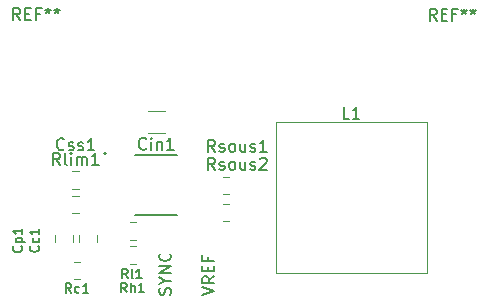
<source format=gbr>
%TF.GenerationSoftware,KiCad,Pcbnew,7.0.1*%
%TF.CreationDate,2023-04-26T12:17:49+02:00*%
%TF.ProjectId,L5988D_RPI_POWER_SUPPLY,4c353938-3844-45f5-9250-495f504f5745,rev?*%
%TF.SameCoordinates,Original*%
%TF.FileFunction,Legend,Top*%
%TF.FilePolarity,Positive*%
%FSLAX46Y46*%
G04 Gerber Fmt 4.6, Leading zero omitted, Abs format (unit mm)*
G04 Created by KiCad (PCBNEW 7.0.1) date 2023-04-26 12:17:49*
%MOMM*%
%LPD*%
G01*
G04 APERTURE LIST*
%ADD10C,0.150000*%
%ADD11C,0.200000*%
%ADD12C,0.120000*%
%ADD13C,0.127000*%
G04 APERTURE END LIST*
D10*
%TO.C,REF\u002A\u002A*%
X148983866Y-69059019D02*
X148650533Y-68582828D01*
X148412438Y-69059019D02*
X148412438Y-68059019D01*
X148412438Y-68059019D02*
X148793390Y-68059019D01*
X148793390Y-68059019D02*
X148888628Y-68106638D01*
X148888628Y-68106638D02*
X148936247Y-68154257D01*
X148936247Y-68154257D02*
X148983866Y-68249495D01*
X148983866Y-68249495D02*
X148983866Y-68392352D01*
X148983866Y-68392352D02*
X148936247Y-68487590D01*
X148936247Y-68487590D02*
X148888628Y-68535209D01*
X148888628Y-68535209D02*
X148793390Y-68582828D01*
X148793390Y-68582828D02*
X148412438Y-68582828D01*
X149412438Y-68535209D02*
X149745771Y-68535209D01*
X149888628Y-69059019D02*
X149412438Y-69059019D01*
X149412438Y-69059019D02*
X149412438Y-68059019D01*
X149412438Y-68059019D02*
X149888628Y-68059019D01*
X150650533Y-68535209D02*
X150317200Y-68535209D01*
X150317200Y-69059019D02*
X150317200Y-68059019D01*
X150317200Y-68059019D02*
X150793390Y-68059019D01*
X151317200Y-68059019D02*
X151317200Y-68297114D01*
X151079105Y-68201876D02*
X151317200Y-68297114D01*
X151317200Y-68297114D02*
X151555295Y-68201876D01*
X151174343Y-68487590D02*
X151317200Y-68297114D01*
X151317200Y-68297114D02*
X151460057Y-68487590D01*
X152079105Y-68059019D02*
X152079105Y-68297114D01*
X151841010Y-68201876D02*
X152079105Y-68297114D01*
X152079105Y-68297114D02*
X152317200Y-68201876D01*
X151936248Y-68487590D02*
X152079105Y-68297114D01*
X152079105Y-68297114D02*
X152221962Y-68487590D01*
X184239066Y-69109819D02*
X183905733Y-68633628D01*
X183667638Y-69109819D02*
X183667638Y-68109819D01*
X183667638Y-68109819D02*
X184048590Y-68109819D01*
X184048590Y-68109819D02*
X184143828Y-68157438D01*
X184143828Y-68157438D02*
X184191447Y-68205057D01*
X184191447Y-68205057D02*
X184239066Y-68300295D01*
X184239066Y-68300295D02*
X184239066Y-68443152D01*
X184239066Y-68443152D02*
X184191447Y-68538390D01*
X184191447Y-68538390D02*
X184143828Y-68586009D01*
X184143828Y-68586009D02*
X184048590Y-68633628D01*
X184048590Y-68633628D02*
X183667638Y-68633628D01*
X184667638Y-68586009D02*
X185000971Y-68586009D01*
X185143828Y-69109819D02*
X184667638Y-69109819D01*
X184667638Y-69109819D02*
X184667638Y-68109819D01*
X184667638Y-68109819D02*
X185143828Y-68109819D01*
X185905733Y-68586009D02*
X185572400Y-68586009D01*
X185572400Y-69109819D02*
X185572400Y-68109819D01*
X185572400Y-68109819D02*
X186048590Y-68109819D01*
X186572400Y-68109819D02*
X186572400Y-68347914D01*
X186334305Y-68252676D02*
X186572400Y-68347914D01*
X186572400Y-68347914D02*
X186810495Y-68252676D01*
X186429543Y-68538390D02*
X186572400Y-68347914D01*
X186572400Y-68347914D02*
X186715257Y-68538390D01*
X187334305Y-68109819D02*
X187334305Y-68347914D01*
X187096210Y-68252676D02*
X187334305Y-68347914D01*
X187334305Y-68347914D02*
X187572400Y-68252676D01*
X187191448Y-68538390D02*
X187334305Y-68347914D01*
X187334305Y-68347914D02*
X187477162Y-68538390D01*
%TO.C,VREF*%
X164410219Y-92341485D02*
X165410219Y-92008152D01*
X165410219Y-92008152D02*
X164410219Y-91674819D01*
X165410219Y-90770057D02*
X164934028Y-91103390D01*
X165410219Y-91341485D02*
X164410219Y-91341485D01*
X164410219Y-91341485D02*
X164410219Y-90960533D01*
X164410219Y-90960533D02*
X164457838Y-90865295D01*
X164457838Y-90865295D02*
X164505457Y-90817676D01*
X164505457Y-90817676D02*
X164600695Y-90770057D01*
X164600695Y-90770057D02*
X164743552Y-90770057D01*
X164743552Y-90770057D02*
X164838790Y-90817676D01*
X164838790Y-90817676D02*
X164886409Y-90865295D01*
X164886409Y-90865295D02*
X164934028Y-90960533D01*
X164934028Y-90960533D02*
X164934028Y-91341485D01*
X164886409Y-90341485D02*
X164886409Y-90008152D01*
X165410219Y-89865295D02*
X165410219Y-90341485D01*
X165410219Y-90341485D02*
X164410219Y-90341485D01*
X164410219Y-90341485D02*
X164410219Y-89865295D01*
X164886409Y-89103390D02*
X164886409Y-89436723D01*
X165410219Y-89436723D02*
X164410219Y-89436723D01*
X164410219Y-89436723D02*
X164410219Y-88960533D01*
%TO.C,Css1*%
X152698609Y-79991380D02*
X152650990Y-80039000D01*
X152650990Y-80039000D02*
X152508133Y-80086619D01*
X152508133Y-80086619D02*
X152412895Y-80086619D01*
X152412895Y-80086619D02*
X152270038Y-80039000D01*
X152270038Y-80039000D02*
X152174800Y-79943761D01*
X152174800Y-79943761D02*
X152127181Y-79848523D01*
X152127181Y-79848523D02*
X152079562Y-79658047D01*
X152079562Y-79658047D02*
X152079562Y-79515190D01*
X152079562Y-79515190D02*
X152127181Y-79324714D01*
X152127181Y-79324714D02*
X152174800Y-79229476D01*
X152174800Y-79229476D02*
X152270038Y-79134238D01*
X152270038Y-79134238D02*
X152412895Y-79086619D01*
X152412895Y-79086619D02*
X152508133Y-79086619D01*
X152508133Y-79086619D02*
X152650990Y-79134238D01*
X152650990Y-79134238D02*
X152698609Y-79181857D01*
X153079562Y-80039000D02*
X153174800Y-80086619D01*
X153174800Y-80086619D02*
X153365276Y-80086619D01*
X153365276Y-80086619D02*
X153460514Y-80039000D01*
X153460514Y-80039000D02*
X153508133Y-79943761D01*
X153508133Y-79943761D02*
X153508133Y-79896142D01*
X153508133Y-79896142D02*
X153460514Y-79800904D01*
X153460514Y-79800904D02*
X153365276Y-79753285D01*
X153365276Y-79753285D02*
X153222419Y-79753285D01*
X153222419Y-79753285D02*
X153127181Y-79705666D01*
X153127181Y-79705666D02*
X153079562Y-79610428D01*
X153079562Y-79610428D02*
X153079562Y-79562809D01*
X153079562Y-79562809D02*
X153127181Y-79467571D01*
X153127181Y-79467571D02*
X153222419Y-79419952D01*
X153222419Y-79419952D02*
X153365276Y-79419952D01*
X153365276Y-79419952D02*
X153460514Y-79467571D01*
X153889086Y-80039000D02*
X153984324Y-80086619D01*
X153984324Y-80086619D02*
X154174800Y-80086619D01*
X154174800Y-80086619D02*
X154270038Y-80039000D01*
X154270038Y-80039000D02*
X154317657Y-79943761D01*
X154317657Y-79943761D02*
X154317657Y-79896142D01*
X154317657Y-79896142D02*
X154270038Y-79800904D01*
X154270038Y-79800904D02*
X154174800Y-79753285D01*
X154174800Y-79753285D02*
X154031943Y-79753285D01*
X154031943Y-79753285D02*
X153936705Y-79705666D01*
X153936705Y-79705666D02*
X153889086Y-79610428D01*
X153889086Y-79610428D02*
X153889086Y-79562809D01*
X153889086Y-79562809D02*
X153936705Y-79467571D01*
X153936705Y-79467571D02*
X154031943Y-79419952D01*
X154031943Y-79419952D02*
X154174800Y-79419952D01*
X154174800Y-79419952D02*
X154270038Y-79467571D01*
X155270038Y-80086619D02*
X154698610Y-80086619D01*
X154984324Y-80086619D02*
X154984324Y-79086619D01*
X154984324Y-79086619D02*
X154889086Y-79229476D01*
X154889086Y-79229476D02*
X154793848Y-79324714D01*
X154793848Y-79324714D02*
X154698610Y-79372333D01*
%TO.C,Cin1*%
X159645657Y-79940380D02*
X159598038Y-79988000D01*
X159598038Y-79988000D02*
X159455181Y-80035619D01*
X159455181Y-80035619D02*
X159359943Y-80035619D01*
X159359943Y-80035619D02*
X159217086Y-79988000D01*
X159217086Y-79988000D02*
X159121848Y-79892761D01*
X159121848Y-79892761D02*
X159074229Y-79797523D01*
X159074229Y-79797523D02*
X159026610Y-79607047D01*
X159026610Y-79607047D02*
X159026610Y-79464190D01*
X159026610Y-79464190D02*
X159074229Y-79273714D01*
X159074229Y-79273714D02*
X159121848Y-79178476D01*
X159121848Y-79178476D02*
X159217086Y-79083238D01*
X159217086Y-79083238D02*
X159359943Y-79035619D01*
X159359943Y-79035619D02*
X159455181Y-79035619D01*
X159455181Y-79035619D02*
X159598038Y-79083238D01*
X159598038Y-79083238D02*
X159645657Y-79130857D01*
X160074229Y-80035619D02*
X160074229Y-79368952D01*
X160074229Y-79035619D02*
X160026610Y-79083238D01*
X160026610Y-79083238D02*
X160074229Y-79130857D01*
X160074229Y-79130857D02*
X160121848Y-79083238D01*
X160121848Y-79083238D02*
X160074229Y-79035619D01*
X160074229Y-79035619D02*
X160074229Y-79130857D01*
X160550419Y-79368952D02*
X160550419Y-80035619D01*
X160550419Y-79464190D02*
X160598038Y-79416571D01*
X160598038Y-79416571D02*
X160693276Y-79368952D01*
X160693276Y-79368952D02*
X160836133Y-79368952D01*
X160836133Y-79368952D02*
X160931371Y-79416571D01*
X160931371Y-79416571D02*
X160978990Y-79511809D01*
X160978990Y-79511809D02*
X160978990Y-80035619D01*
X161978990Y-80035619D02*
X161407562Y-80035619D01*
X161693276Y-80035619D02*
X161693276Y-79035619D01*
X161693276Y-79035619D02*
X161598038Y-79178476D01*
X161598038Y-79178476D02*
X161502800Y-79273714D01*
X161502800Y-79273714D02*
X161407562Y-79321333D01*
%TO.C,Rsous1*%
X165479847Y-80218619D02*
X165146514Y-79742428D01*
X164908419Y-80218619D02*
X164908419Y-79218619D01*
X164908419Y-79218619D02*
X165289371Y-79218619D01*
X165289371Y-79218619D02*
X165384609Y-79266238D01*
X165384609Y-79266238D02*
X165432228Y-79313857D01*
X165432228Y-79313857D02*
X165479847Y-79409095D01*
X165479847Y-79409095D02*
X165479847Y-79551952D01*
X165479847Y-79551952D02*
X165432228Y-79647190D01*
X165432228Y-79647190D02*
X165384609Y-79694809D01*
X165384609Y-79694809D02*
X165289371Y-79742428D01*
X165289371Y-79742428D02*
X164908419Y-79742428D01*
X165860800Y-80171000D02*
X165956038Y-80218619D01*
X165956038Y-80218619D02*
X166146514Y-80218619D01*
X166146514Y-80218619D02*
X166241752Y-80171000D01*
X166241752Y-80171000D02*
X166289371Y-80075761D01*
X166289371Y-80075761D02*
X166289371Y-80028142D01*
X166289371Y-80028142D02*
X166241752Y-79932904D01*
X166241752Y-79932904D02*
X166146514Y-79885285D01*
X166146514Y-79885285D02*
X166003657Y-79885285D01*
X166003657Y-79885285D02*
X165908419Y-79837666D01*
X165908419Y-79837666D02*
X165860800Y-79742428D01*
X165860800Y-79742428D02*
X165860800Y-79694809D01*
X165860800Y-79694809D02*
X165908419Y-79599571D01*
X165908419Y-79599571D02*
X166003657Y-79551952D01*
X166003657Y-79551952D02*
X166146514Y-79551952D01*
X166146514Y-79551952D02*
X166241752Y-79599571D01*
X166860800Y-80218619D02*
X166765562Y-80171000D01*
X166765562Y-80171000D02*
X166717943Y-80123380D01*
X166717943Y-80123380D02*
X166670324Y-80028142D01*
X166670324Y-80028142D02*
X166670324Y-79742428D01*
X166670324Y-79742428D02*
X166717943Y-79647190D01*
X166717943Y-79647190D02*
X166765562Y-79599571D01*
X166765562Y-79599571D02*
X166860800Y-79551952D01*
X166860800Y-79551952D02*
X167003657Y-79551952D01*
X167003657Y-79551952D02*
X167098895Y-79599571D01*
X167098895Y-79599571D02*
X167146514Y-79647190D01*
X167146514Y-79647190D02*
X167194133Y-79742428D01*
X167194133Y-79742428D02*
X167194133Y-80028142D01*
X167194133Y-80028142D02*
X167146514Y-80123380D01*
X167146514Y-80123380D02*
X167098895Y-80171000D01*
X167098895Y-80171000D02*
X167003657Y-80218619D01*
X167003657Y-80218619D02*
X166860800Y-80218619D01*
X168051276Y-79551952D02*
X168051276Y-80218619D01*
X167622705Y-79551952D02*
X167622705Y-80075761D01*
X167622705Y-80075761D02*
X167670324Y-80171000D01*
X167670324Y-80171000D02*
X167765562Y-80218619D01*
X167765562Y-80218619D02*
X167908419Y-80218619D01*
X167908419Y-80218619D02*
X168003657Y-80171000D01*
X168003657Y-80171000D02*
X168051276Y-80123380D01*
X168479848Y-80171000D02*
X168575086Y-80218619D01*
X168575086Y-80218619D02*
X168765562Y-80218619D01*
X168765562Y-80218619D02*
X168860800Y-80171000D01*
X168860800Y-80171000D02*
X168908419Y-80075761D01*
X168908419Y-80075761D02*
X168908419Y-80028142D01*
X168908419Y-80028142D02*
X168860800Y-79932904D01*
X168860800Y-79932904D02*
X168765562Y-79885285D01*
X168765562Y-79885285D02*
X168622705Y-79885285D01*
X168622705Y-79885285D02*
X168527467Y-79837666D01*
X168527467Y-79837666D02*
X168479848Y-79742428D01*
X168479848Y-79742428D02*
X168479848Y-79694809D01*
X168479848Y-79694809D02*
X168527467Y-79599571D01*
X168527467Y-79599571D02*
X168622705Y-79551952D01*
X168622705Y-79551952D02*
X168765562Y-79551952D01*
X168765562Y-79551952D02*
X168860800Y-79599571D01*
X169860800Y-80218619D02*
X169289372Y-80218619D01*
X169575086Y-80218619D02*
X169575086Y-79218619D01*
X169575086Y-79218619D02*
X169479848Y-79361476D01*
X169479848Y-79361476D02*
X169384610Y-79456714D01*
X169384610Y-79456714D02*
X169289372Y-79504333D01*
%TO.C,Rl1*%
X158102343Y-90946495D02*
X157835676Y-90565542D01*
X157645200Y-90946495D02*
X157645200Y-90146495D01*
X157645200Y-90146495D02*
X157949962Y-90146495D01*
X157949962Y-90146495D02*
X158026152Y-90184590D01*
X158026152Y-90184590D02*
X158064247Y-90222685D01*
X158064247Y-90222685D02*
X158102343Y-90298876D01*
X158102343Y-90298876D02*
X158102343Y-90413161D01*
X158102343Y-90413161D02*
X158064247Y-90489352D01*
X158064247Y-90489352D02*
X158026152Y-90527447D01*
X158026152Y-90527447D02*
X157949962Y-90565542D01*
X157949962Y-90565542D02*
X157645200Y-90565542D01*
X158559485Y-90946495D02*
X158483295Y-90908400D01*
X158483295Y-90908400D02*
X158445200Y-90832209D01*
X158445200Y-90832209D02*
X158445200Y-90146495D01*
X159283295Y-90946495D02*
X158826152Y-90946495D01*
X159054724Y-90946495D02*
X159054724Y-90146495D01*
X159054724Y-90146495D02*
X158978533Y-90260780D01*
X158978533Y-90260780D02*
X158902343Y-90336971D01*
X158902343Y-90336971D02*
X158826152Y-90375066D01*
%TO.C,Rh1*%
X158000762Y-92114895D02*
X157734095Y-91733942D01*
X157543619Y-92114895D02*
X157543619Y-91314895D01*
X157543619Y-91314895D02*
X157848381Y-91314895D01*
X157848381Y-91314895D02*
X157924571Y-91352990D01*
X157924571Y-91352990D02*
X157962666Y-91391085D01*
X157962666Y-91391085D02*
X158000762Y-91467276D01*
X158000762Y-91467276D02*
X158000762Y-91581561D01*
X158000762Y-91581561D02*
X157962666Y-91657752D01*
X157962666Y-91657752D02*
X157924571Y-91695847D01*
X157924571Y-91695847D02*
X157848381Y-91733942D01*
X157848381Y-91733942D02*
X157543619Y-91733942D01*
X158343619Y-92114895D02*
X158343619Y-91314895D01*
X158686476Y-92114895D02*
X158686476Y-91695847D01*
X158686476Y-91695847D02*
X158648381Y-91619657D01*
X158648381Y-91619657D02*
X158572190Y-91581561D01*
X158572190Y-91581561D02*
X158457904Y-91581561D01*
X158457904Y-91581561D02*
X158381714Y-91619657D01*
X158381714Y-91619657D02*
X158343619Y-91657752D01*
X159486476Y-92114895D02*
X159029333Y-92114895D01*
X159257905Y-92114895D02*
X159257905Y-91314895D01*
X159257905Y-91314895D02*
X159181714Y-91429180D01*
X159181714Y-91429180D02*
X159105524Y-91505371D01*
X159105524Y-91505371D02*
X159029333Y-91543466D01*
%TO.C,SYNC*%
X161705000Y-92314494D02*
X161752619Y-92171637D01*
X161752619Y-92171637D02*
X161752619Y-91933542D01*
X161752619Y-91933542D02*
X161705000Y-91838304D01*
X161705000Y-91838304D02*
X161657380Y-91790685D01*
X161657380Y-91790685D02*
X161562142Y-91743066D01*
X161562142Y-91743066D02*
X161466904Y-91743066D01*
X161466904Y-91743066D02*
X161371666Y-91790685D01*
X161371666Y-91790685D02*
X161324047Y-91838304D01*
X161324047Y-91838304D02*
X161276428Y-91933542D01*
X161276428Y-91933542D02*
X161228809Y-92124018D01*
X161228809Y-92124018D02*
X161181190Y-92219256D01*
X161181190Y-92219256D02*
X161133571Y-92266875D01*
X161133571Y-92266875D02*
X161038333Y-92314494D01*
X161038333Y-92314494D02*
X160943095Y-92314494D01*
X160943095Y-92314494D02*
X160847857Y-92266875D01*
X160847857Y-92266875D02*
X160800238Y-92219256D01*
X160800238Y-92219256D02*
X160752619Y-92124018D01*
X160752619Y-92124018D02*
X160752619Y-91885923D01*
X160752619Y-91885923D02*
X160800238Y-91743066D01*
X161276428Y-91124018D02*
X161752619Y-91124018D01*
X160752619Y-91457351D02*
X161276428Y-91124018D01*
X161276428Y-91124018D02*
X160752619Y-90790685D01*
X161752619Y-90457351D02*
X160752619Y-90457351D01*
X160752619Y-90457351D02*
X161752619Y-89885923D01*
X161752619Y-89885923D02*
X160752619Y-89885923D01*
X161657380Y-88838304D02*
X161705000Y-88885923D01*
X161705000Y-88885923D02*
X161752619Y-89028780D01*
X161752619Y-89028780D02*
X161752619Y-89124018D01*
X161752619Y-89124018D02*
X161705000Y-89266875D01*
X161705000Y-89266875D02*
X161609761Y-89362113D01*
X161609761Y-89362113D02*
X161514523Y-89409732D01*
X161514523Y-89409732D02*
X161324047Y-89457351D01*
X161324047Y-89457351D02*
X161181190Y-89457351D01*
X161181190Y-89457351D02*
X160990714Y-89409732D01*
X160990714Y-89409732D02*
X160895476Y-89362113D01*
X160895476Y-89362113D02*
X160800238Y-89266875D01*
X160800238Y-89266875D02*
X160752619Y-89124018D01*
X160752619Y-89124018D02*
X160752619Y-89028780D01*
X160752619Y-89028780D02*
X160800238Y-88885923D01*
X160800238Y-88885923D02*
X160847857Y-88838304D01*
%TO.C,Rc1*%
X153310610Y-92165695D02*
X153043943Y-91784742D01*
X152853467Y-92165695D02*
X152853467Y-91365695D01*
X152853467Y-91365695D02*
X153158229Y-91365695D01*
X153158229Y-91365695D02*
X153234419Y-91403790D01*
X153234419Y-91403790D02*
X153272514Y-91441885D01*
X153272514Y-91441885D02*
X153310610Y-91518076D01*
X153310610Y-91518076D02*
X153310610Y-91632361D01*
X153310610Y-91632361D02*
X153272514Y-91708552D01*
X153272514Y-91708552D02*
X153234419Y-91746647D01*
X153234419Y-91746647D02*
X153158229Y-91784742D01*
X153158229Y-91784742D02*
X152853467Y-91784742D01*
X153996324Y-92127600D02*
X153920133Y-92165695D01*
X153920133Y-92165695D02*
X153767752Y-92165695D01*
X153767752Y-92165695D02*
X153691562Y-92127600D01*
X153691562Y-92127600D02*
X153653467Y-92089504D01*
X153653467Y-92089504D02*
X153615371Y-92013314D01*
X153615371Y-92013314D02*
X153615371Y-91784742D01*
X153615371Y-91784742D02*
X153653467Y-91708552D01*
X153653467Y-91708552D02*
X153691562Y-91670457D01*
X153691562Y-91670457D02*
X153767752Y-91632361D01*
X153767752Y-91632361D02*
X153920133Y-91632361D01*
X153920133Y-91632361D02*
X153996324Y-91670457D01*
X154758228Y-92165695D02*
X154301085Y-92165695D01*
X154529657Y-92165695D02*
X154529657Y-91365695D01*
X154529657Y-91365695D02*
X154453466Y-91479980D01*
X154453466Y-91479980D02*
X154377276Y-91556171D01*
X154377276Y-91556171D02*
X154301085Y-91594266D01*
%TO.C,Rsous2*%
X165479847Y-81742619D02*
X165146514Y-81266428D01*
X164908419Y-81742619D02*
X164908419Y-80742619D01*
X164908419Y-80742619D02*
X165289371Y-80742619D01*
X165289371Y-80742619D02*
X165384609Y-80790238D01*
X165384609Y-80790238D02*
X165432228Y-80837857D01*
X165432228Y-80837857D02*
X165479847Y-80933095D01*
X165479847Y-80933095D02*
X165479847Y-81075952D01*
X165479847Y-81075952D02*
X165432228Y-81171190D01*
X165432228Y-81171190D02*
X165384609Y-81218809D01*
X165384609Y-81218809D02*
X165289371Y-81266428D01*
X165289371Y-81266428D02*
X164908419Y-81266428D01*
X165860800Y-81695000D02*
X165956038Y-81742619D01*
X165956038Y-81742619D02*
X166146514Y-81742619D01*
X166146514Y-81742619D02*
X166241752Y-81695000D01*
X166241752Y-81695000D02*
X166289371Y-81599761D01*
X166289371Y-81599761D02*
X166289371Y-81552142D01*
X166289371Y-81552142D02*
X166241752Y-81456904D01*
X166241752Y-81456904D02*
X166146514Y-81409285D01*
X166146514Y-81409285D02*
X166003657Y-81409285D01*
X166003657Y-81409285D02*
X165908419Y-81361666D01*
X165908419Y-81361666D02*
X165860800Y-81266428D01*
X165860800Y-81266428D02*
X165860800Y-81218809D01*
X165860800Y-81218809D02*
X165908419Y-81123571D01*
X165908419Y-81123571D02*
X166003657Y-81075952D01*
X166003657Y-81075952D02*
X166146514Y-81075952D01*
X166146514Y-81075952D02*
X166241752Y-81123571D01*
X166860800Y-81742619D02*
X166765562Y-81695000D01*
X166765562Y-81695000D02*
X166717943Y-81647380D01*
X166717943Y-81647380D02*
X166670324Y-81552142D01*
X166670324Y-81552142D02*
X166670324Y-81266428D01*
X166670324Y-81266428D02*
X166717943Y-81171190D01*
X166717943Y-81171190D02*
X166765562Y-81123571D01*
X166765562Y-81123571D02*
X166860800Y-81075952D01*
X166860800Y-81075952D02*
X167003657Y-81075952D01*
X167003657Y-81075952D02*
X167098895Y-81123571D01*
X167098895Y-81123571D02*
X167146514Y-81171190D01*
X167146514Y-81171190D02*
X167194133Y-81266428D01*
X167194133Y-81266428D02*
X167194133Y-81552142D01*
X167194133Y-81552142D02*
X167146514Y-81647380D01*
X167146514Y-81647380D02*
X167098895Y-81695000D01*
X167098895Y-81695000D02*
X167003657Y-81742619D01*
X167003657Y-81742619D02*
X166860800Y-81742619D01*
X168051276Y-81075952D02*
X168051276Y-81742619D01*
X167622705Y-81075952D02*
X167622705Y-81599761D01*
X167622705Y-81599761D02*
X167670324Y-81695000D01*
X167670324Y-81695000D02*
X167765562Y-81742619D01*
X167765562Y-81742619D02*
X167908419Y-81742619D01*
X167908419Y-81742619D02*
X168003657Y-81695000D01*
X168003657Y-81695000D02*
X168051276Y-81647380D01*
X168479848Y-81695000D02*
X168575086Y-81742619D01*
X168575086Y-81742619D02*
X168765562Y-81742619D01*
X168765562Y-81742619D02*
X168860800Y-81695000D01*
X168860800Y-81695000D02*
X168908419Y-81599761D01*
X168908419Y-81599761D02*
X168908419Y-81552142D01*
X168908419Y-81552142D02*
X168860800Y-81456904D01*
X168860800Y-81456904D02*
X168765562Y-81409285D01*
X168765562Y-81409285D02*
X168622705Y-81409285D01*
X168622705Y-81409285D02*
X168527467Y-81361666D01*
X168527467Y-81361666D02*
X168479848Y-81266428D01*
X168479848Y-81266428D02*
X168479848Y-81218809D01*
X168479848Y-81218809D02*
X168527467Y-81123571D01*
X168527467Y-81123571D02*
X168622705Y-81075952D01*
X168622705Y-81075952D02*
X168765562Y-81075952D01*
X168765562Y-81075952D02*
X168860800Y-81123571D01*
X169289372Y-80837857D02*
X169336991Y-80790238D01*
X169336991Y-80790238D02*
X169432229Y-80742619D01*
X169432229Y-80742619D02*
X169670324Y-80742619D01*
X169670324Y-80742619D02*
X169765562Y-80790238D01*
X169765562Y-80790238D02*
X169813181Y-80837857D01*
X169813181Y-80837857D02*
X169860800Y-80933095D01*
X169860800Y-80933095D02*
X169860800Y-81028333D01*
X169860800Y-81028333D02*
X169813181Y-81171190D01*
X169813181Y-81171190D02*
X169241753Y-81742619D01*
X169241753Y-81742619D02*
X169860800Y-81742619D01*
D11*
%TO.C,Cc1*%
X150509504Y-88207789D02*
X150547600Y-88245885D01*
X150547600Y-88245885D02*
X150585695Y-88360170D01*
X150585695Y-88360170D02*
X150585695Y-88436361D01*
X150585695Y-88436361D02*
X150547600Y-88550647D01*
X150547600Y-88550647D02*
X150471409Y-88626837D01*
X150471409Y-88626837D02*
X150395219Y-88664932D01*
X150395219Y-88664932D02*
X150242838Y-88703028D01*
X150242838Y-88703028D02*
X150128552Y-88703028D01*
X150128552Y-88703028D02*
X149976171Y-88664932D01*
X149976171Y-88664932D02*
X149899980Y-88626837D01*
X149899980Y-88626837D02*
X149823790Y-88550647D01*
X149823790Y-88550647D02*
X149785695Y-88436361D01*
X149785695Y-88436361D02*
X149785695Y-88360170D01*
X149785695Y-88360170D02*
X149823790Y-88245885D01*
X149823790Y-88245885D02*
X149861885Y-88207789D01*
X150547600Y-87522075D02*
X150585695Y-87598266D01*
X150585695Y-87598266D02*
X150585695Y-87750647D01*
X150585695Y-87750647D02*
X150547600Y-87826837D01*
X150547600Y-87826837D02*
X150509504Y-87864932D01*
X150509504Y-87864932D02*
X150433314Y-87903028D01*
X150433314Y-87903028D02*
X150204742Y-87903028D01*
X150204742Y-87903028D02*
X150128552Y-87864932D01*
X150128552Y-87864932D02*
X150090457Y-87826837D01*
X150090457Y-87826837D02*
X150052361Y-87750647D01*
X150052361Y-87750647D02*
X150052361Y-87598266D01*
X150052361Y-87598266D02*
X150090457Y-87522075D01*
X150585695Y-86760171D02*
X150585695Y-87217314D01*
X150585695Y-86988742D02*
X149785695Y-86988742D01*
X149785695Y-86988742D02*
X149899980Y-87064933D01*
X149899980Y-87064933D02*
X149976171Y-87141123D01*
X149976171Y-87141123D02*
X150014266Y-87217314D01*
D10*
%TO.C,Rlim1*%
X152341466Y-81322619D02*
X152008133Y-80846428D01*
X151770038Y-81322619D02*
X151770038Y-80322619D01*
X151770038Y-80322619D02*
X152150990Y-80322619D01*
X152150990Y-80322619D02*
X152246228Y-80370238D01*
X152246228Y-80370238D02*
X152293847Y-80417857D01*
X152293847Y-80417857D02*
X152341466Y-80513095D01*
X152341466Y-80513095D02*
X152341466Y-80655952D01*
X152341466Y-80655952D02*
X152293847Y-80751190D01*
X152293847Y-80751190D02*
X152246228Y-80798809D01*
X152246228Y-80798809D02*
X152150990Y-80846428D01*
X152150990Y-80846428D02*
X151770038Y-80846428D01*
X152912895Y-81322619D02*
X152817657Y-81275000D01*
X152817657Y-81275000D02*
X152770038Y-81179761D01*
X152770038Y-81179761D02*
X152770038Y-80322619D01*
X153293848Y-81322619D02*
X153293848Y-80655952D01*
X153293848Y-80322619D02*
X153246229Y-80370238D01*
X153246229Y-80370238D02*
X153293848Y-80417857D01*
X153293848Y-80417857D02*
X153341467Y-80370238D01*
X153341467Y-80370238D02*
X153293848Y-80322619D01*
X153293848Y-80322619D02*
X153293848Y-80417857D01*
X153770038Y-81322619D02*
X153770038Y-80655952D01*
X153770038Y-80751190D02*
X153817657Y-80703571D01*
X153817657Y-80703571D02*
X153912895Y-80655952D01*
X153912895Y-80655952D02*
X154055752Y-80655952D01*
X154055752Y-80655952D02*
X154150990Y-80703571D01*
X154150990Y-80703571D02*
X154198609Y-80798809D01*
X154198609Y-80798809D02*
X154198609Y-81322619D01*
X154198609Y-80798809D02*
X154246228Y-80703571D01*
X154246228Y-80703571D02*
X154341466Y-80655952D01*
X154341466Y-80655952D02*
X154484323Y-80655952D01*
X154484323Y-80655952D02*
X154579562Y-80703571D01*
X154579562Y-80703571D02*
X154627181Y-80798809D01*
X154627181Y-80798809D02*
X154627181Y-81322619D01*
X155627180Y-81322619D02*
X155055752Y-81322619D01*
X155341466Y-81322619D02*
X155341466Y-80322619D01*
X155341466Y-80322619D02*
X155246228Y-80465476D01*
X155246228Y-80465476D02*
X155150990Y-80560714D01*
X155150990Y-80560714D02*
X155055752Y-80608333D01*
%TO.C,L1*%
X176848133Y-77424619D02*
X176371943Y-77424619D01*
X176371943Y-77424619D02*
X176371943Y-76424619D01*
X177705276Y-77424619D02*
X177133848Y-77424619D01*
X177419562Y-77424619D02*
X177419562Y-76424619D01*
X177419562Y-76424619D02*
X177324324Y-76567476D01*
X177324324Y-76567476D02*
X177229086Y-76662714D01*
X177229086Y-76662714D02*
X177133848Y-76710333D01*
D11*
%TO.C,Cp1*%
X149087104Y-88226837D02*
X149125200Y-88264933D01*
X149125200Y-88264933D02*
X149163295Y-88379218D01*
X149163295Y-88379218D02*
X149163295Y-88455409D01*
X149163295Y-88455409D02*
X149125200Y-88569695D01*
X149125200Y-88569695D02*
X149049009Y-88645885D01*
X149049009Y-88645885D02*
X148972819Y-88683980D01*
X148972819Y-88683980D02*
X148820438Y-88722076D01*
X148820438Y-88722076D02*
X148706152Y-88722076D01*
X148706152Y-88722076D02*
X148553771Y-88683980D01*
X148553771Y-88683980D02*
X148477580Y-88645885D01*
X148477580Y-88645885D02*
X148401390Y-88569695D01*
X148401390Y-88569695D02*
X148363295Y-88455409D01*
X148363295Y-88455409D02*
X148363295Y-88379218D01*
X148363295Y-88379218D02*
X148401390Y-88264933D01*
X148401390Y-88264933D02*
X148439485Y-88226837D01*
X148629961Y-87883980D02*
X149429961Y-87883980D01*
X148668057Y-87883980D02*
X148629961Y-87807790D01*
X148629961Y-87807790D02*
X148629961Y-87655409D01*
X148629961Y-87655409D02*
X148668057Y-87579218D01*
X148668057Y-87579218D02*
X148706152Y-87541123D01*
X148706152Y-87541123D02*
X148782342Y-87503028D01*
X148782342Y-87503028D02*
X149010914Y-87503028D01*
X149010914Y-87503028D02*
X149087104Y-87541123D01*
X149087104Y-87541123D02*
X149125200Y-87579218D01*
X149125200Y-87579218D02*
X149163295Y-87655409D01*
X149163295Y-87655409D02*
X149163295Y-87807790D01*
X149163295Y-87807790D02*
X149125200Y-87883980D01*
X149163295Y-86741123D02*
X149163295Y-87198266D01*
X149163295Y-86969694D02*
X148363295Y-86969694D01*
X148363295Y-86969694D02*
X148477580Y-87045885D01*
X148477580Y-87045885D02*
X148553771Y-87122075D01*
X148553771Y-87122075D02*
X148591866Y-87198266D01*
D12*
%TO.C,Css1*%
X153413548Y-81871000D02*
X153936052Y-81871000D01*
X153413548Y-83341000D02*
X153936052Y-83341000D01*
%TO.C,Cin1*%
X159840548Y-76814000D02*
X161263052Y-76814000D01*
X159840548Y-78634000D02*
X161263052Y-78634000D01*
%TO.C,Rsous1*%
X166149548Y-82323000D02*
X166672052Y-82323000D01*
X166149548Y-83793000D02*
X166672052Y-83793000D01*
%TO.C,Rl1*%
X158798052Y-87674000D02*
X158275548Y-87674000D01*
X158798052Y-86204000D02*
X158275548Y-86204000D01*
%TO.C,Rh1*%
X158275548Y-88236000D02*
X158798052Y-88236000D01*
X158275548Y-89706000D02*
X158798052Y-89706000D01*
%TO.C,Rc1*%
X154048052Y-91027000D02*
X153525548Y-91027000D01*
X154048052Y-89557000D02*
X153525548Y-89557000D01*
%TO.C,Rsous2*%
X166672052Y-86079000D02*
X166149548Y-86079000D01*
X166672052Y-84609000D02*
X166149548Y-84609000D01*
%TO.C,Cc1*%
X155471800Y-87302748D02*
X155471800Y-87825252D01*
X154001800Y-87302748D02*
X154001800Y-87825252D01*
D13*
%TO.C,U1*%
X158702800Y-80508000D02*
X162302800Y-80508000D01*
X158702800Y-85608000D02*
X162302800Y-85608000D01*
D11*
X156257800Y-80373000D02*
G75*
G03*
X156257800Y-80373000I-100000J0D01*
G01*
D12*
%TO.C,Rlim1*%
X153413548Y-83969000D02*
X153936052Y-83969000D01*
X153413548Y-85439000D02*
X153936052Y-85439000D01*
%TO.C,L1*%
X170614800Y-90474000D02*
X183414800Y-90474000D01*
X183414800Y-90474000D02*
X183414800Y-77674000D01*
X183414800Y-77674000D02*
X170614800Y-77674000D01*
X170614800Y-77674000D02*
X170614800Y-90474000D01*
%TO.C,Cp1*%
X153439800Y-87302748D02*
X153439800Y-87825252D01*
X151969800Y-87302748D02*
X151969800Y-87825252D01*
%TD*%
M02*

</source>
